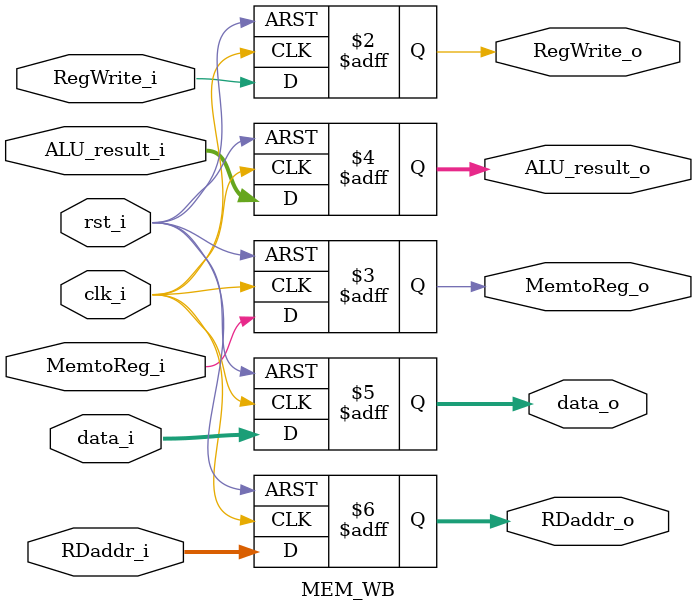
<source format=v>
module MEM_WB
(
    clk_i,
    rst_i,
    RegWrite_i,
    MemtoReg_i,
    ALU_result_i,
    data_i,
    RDaddr_i, 
    RegWrite_o,
    MemtoReg_o,
    ALU_result_o,
    data_o,
    RDaddr_o, 
);

input   clk_i;
input   rst_i;
input   RegWrite_i;
input   MemtoReg_i;
input   [31:0]  ALU_result_i;
input   [31:0]  data_i;
input   [4:0]   RDaddr_i;
output   RegWrite_o;
output   MemtoReg_o;
output  [31:0]  ALU_result_o;
output  [31:0]  data_o;
output  [4:0]   RDaddr_o;

reg             RegWrite_o;
reg             MemtoReg_o;
reg     [31:0]  ALU_result_o;
reg     [31:0]  data_o;
reg     [4:0]   RDaddr_o;

always@(posedge clk_i or posedge rst_i) begin
    if(rst_i)begin
        RegWrite_o <= 0;
        MemtoReg_o <= 0;
        ALU_result_o <= 32'b0;
        data_o <= 32'b0;
        RDaddr_o <= 5'b0;
    end
    else begin
        RegWrite_o <= RegWrite_i;
        MemtoReg_o <= MemtoReg_i;
        ALU_result_o <= ALU_result_i;
        data_o <= data_i;
        RDaddr_o <= RDaddr_i;
    end
end



endmodule
</source>
